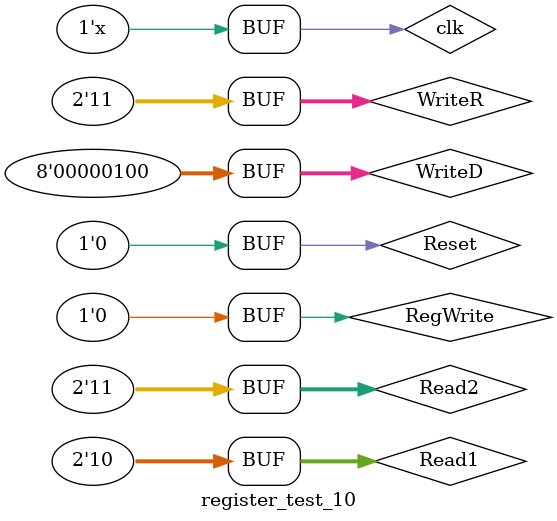
<source format=v>
`timescale 1ns / 1ps


module register_test_10;

	// Inputs
	reg clk;
	reg Reset;
	reg RegWrite;
	reg [1:0] Read1;
	reg [1:0] Read2;
	reg [1:0] WriteR;
	reg [7:0] WriteD;

	// Outputs
	wire [7:0] ReadD1;
	wire [7:0] ReadD2;

	// Instantiate the Unit Under Test (UUT)
	register uut (
		.clk(clk), 
		.Reset(Reset), 
		.RegWrite(RegWrite), 
		.Read1(Read1), 
		.Read2(Read2), 
		.WriteR(WriteR), 
		.WriteD(WriteD), 
		.ReadD1(ReadD1), 
		.ReadD2(ReadD2)
	);
	
	always #10 clk = ~clk;
	initial begin
		// Initialize Inputs
		clk = 0;
		Reset = 1;
		RegWrite = 0;
		Read1 = 0;
		Read2 = 0;
		WriteR = 0;
		WriteD = 0;

		// Wait 100 ns for global reset to finish
		#50;
		Reset = 0;
		Read1 = 2'd0;
		Read2 = 2'd1;
		
		#50;
		Read1 = 2'd2;
		Read2 = 2'd3;
		
		#50;
		RegWrite = 1;
		WriteR = 2'd0;
		WriteD = 8'd1;
		
		#50;
		RegWrite = 1;
		WriteR = 2'd1;
		WriteD = 8'd2;
		
		#50;
		RegWrite = 1;
		WriteR = 2'd2;
		WriteD = 8'd3;
		
		#50;
		RegWrite = 1;
		WriteR = 2'd3;
		WriteD = 8'd4;
		
		#50;
		RegWrite = 0;
		Read1 = 2'd0;
		Read2 = 2'd1;
		
		#50;
		Read1 = 2'd2;
		Read2 = 2'd3;
		
		#50;
		Reset = 1;
		
		#50;
		Reset = 0;
		Read1 = 2'd0;
		Read2 = 2'd1;
		
		#50;
		Read1 = 2'd2;
		Read2 = 2'd3;
		// Add stimulus here

	end
      
endmodule


</source>
